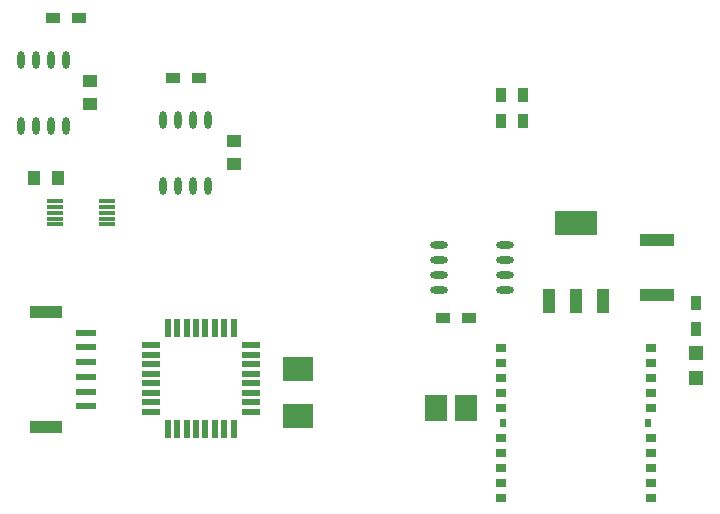
<source format=gtp>
G04 #@! TF.FileFunction,Paste,Top*
%FSLAX46Y46*%
G04 Gerber Fmt 4.6, Leading zero omitted, Abs format (unit mm)*
G04 Created by KiCad (PCBNEW 4.0.4-stable) date 10/19/16 10:10:24*
%MOMM*%
%LPD*%
G01*
G04 APERTURE LIST*
%ADD10C,0.100000*%
%ADD11R,1.400000X0.300000*%
%ADD12R,1.825000X2.200000*%
%ADD13R,1.600000X0.550000*%
%ADD14R,0.550000X1.600000*%
%ADD15R,3.000000X1.000000*%
%ADD16R,1.200000X0.900000*%
%ADD17O,1.473200X0.609600*%
%ADD18R,3.657600X2.032000*%
%ADD19R,1.016000X2.032000*%
%ADD20R,0.500000X0.700000*%
%ADD21R,0.920000X0.700000*%
%ADD22O,0.609600X1.473200*%
%ADD23R,1.800000X0.600000*%
%ADD24R,2.800000X1.000000*%
%ADD25R,2.500000X2.000000*%
%ADD26R,0.900000X1.200000*%
%ADD27R,1.198880X1.198880*%
%ADD28R,1.250000X1.000000*%
%ADD29R,1.000000X1.250000*%
G04 APERTURE END LIST*
D10*
D11*
X71460000Y-79010000D03*
X71460000Y-79510000D03*
X71460000Y-80010000D03*
X71460000Y-80510000D03*
X71460000Y-81010000D03*
X75860000Y-81010000D03*
X75860000Y-80510000D03*
X75860000Y-80010000D03*
X75860000Y-79510000D03*
X75860000Y-79010000D03*
D12*
X103741500Y-96520000D03*
X106316500Y-96520000D03*
D13*
X79570000Y-91250000D03*
X79570000Y-92050000D03*
X79570000Y-92850000D03*
X79570000Y-93650000D03*
X79570000Y-94450000D03*
X79570000Y-95250000D03*
X79570000Y-96050000D03*
X79570000Y-96850000D03*
D14*
X81020000Y-98300000D03*
X81820000Y-98300000D03*
X82620000Y-98300000D03*
X83420000Y-98300000D03*
X84220000Y-98300000D03*
X85020000Y-98300000D03*
X85820000Y-98300000D03*
X86620000Y-98300000D03*
D13*
X88070000Y-96850000D03*
X88070000Y-96050000D03*
X88070000Y-95250000D03*
X88070000Y-94450000D03*
X88070000Y-93650000D03*
X88070000Y-92850000D03*
X88070000Y-92050000D03*
X88070000Y-91250000D03*
D14*
X86620000Y-89800000D03*
X85820000Y-89800000D03*
X85020000Y-89800000D03*
X84220000Y-89800000D03*
X83420000Y-89800000D03*
X82620000Y-89800000D03*
X81820000Y-89800000D03*
X81020000Y-89800000D03*
D15*
X122428000Y-82347596D03*
X122428000Y-86947596D03*
D16*
X104310000Y-88900000D03*
X106510000Y-88900000D03*
D17*
X103971822Y-82742596D03*
X103971822Y-84012596D03*
X103971822Y-85282596D03*
X103971822Y-86552596D03*
X109559822Y-86552596D03*
X109559822Y-85282596D03*
X109559822Y-84012596D03*
X109559822Y-82742596D03*
D18*
X115570000Y-80899000D03*
D19*
X115570000Y-87503000D03*
X117856000Y-87503000D03*
X113284000Y-87503000D03*
D20*
X121720000Y-97790000D03*
X109420000Y-97790000D03*
D21*
X109220000Y-99060000D03*
X109220000Y-104140000D03*
X109220000Y-102870000D03*
X109220000Y-101600000D03*
X109220000Y-100330000D03*
X109220000Y-92710000D03*
X109220000Y-93980000D03*
X109220000Y-95250000D03*
X109220000Y-96520000D03*
X109220000Y-91440000D03*
X121920000Y-91440000D03*
X121920000Y-96520000D03*
X121920000Y-95250000D03*
X121920000Y-93980000D03*
X121920000Y-92710000D03*
X121920000Y-100330000D03*
X121920000Y-101600000D03*
X121920000Y-102870000D03*
X121920000Y-104140000D03*
X121920000Y-99060000D03*
D22*
X80645000Y-77724000D03*
X81915000Y-77724000D03*
X83185000Y-77724000D03*
X84455000Y-77724000D03*
X84455000Y-72136000D03*
X83185000Y-72136000D03*
X81915000Y-72136000D03*
X80645000Y-72136000D03*
X68580000Y-72644000D03*
X69850000Y-72644000D03*
X71120000Y-72644000D03*
X72390000Y-72644000D03*
X72390000Y-67056000D03*
X71120000Y-67056000D03*
X69850000Y-67056000D03*
X68580000Y-67056000D03*
D23*
X74065000Y-90170000D03*
X74065000Y-91420000D03*
X74065000Y-92670000D03*
X74065000Y-93920000D03*
X74065000Y-95170000D03*
X74065000Y-96420000D03*
D24*
X70715000Y-98145000D03*
X70715000Y-88445000D03*
D25*
X92075000Y-97250000D03*
X92075000Y-93250000D03*
D26*
X125730000Y-89830000D03*
X125730000Y-87630000D03*
D16*
X83650000Y-68580000D03*
X81450000Y-68580000D03*
X73490000Y-63500000D03*
X71290000Y-63500000D03*
D26*
X109220000Y-72220000D03*
X109220000Y-70020000D03*
X111125000Y-72220000D03*
X111125000Y-70020000D03*
D27*
X125730000Y-93980000D03*
X125730000Y-91881960D03*
D28*
X74422000Y-70850000D03*
X74422000Y-68850000D03*
X86614000Y-75930000D03*
X86614000Y-73930000D03*
D29*
X71739000Y-77089000D03*
X69739000Y-77089000D03*
M02*

</source>
